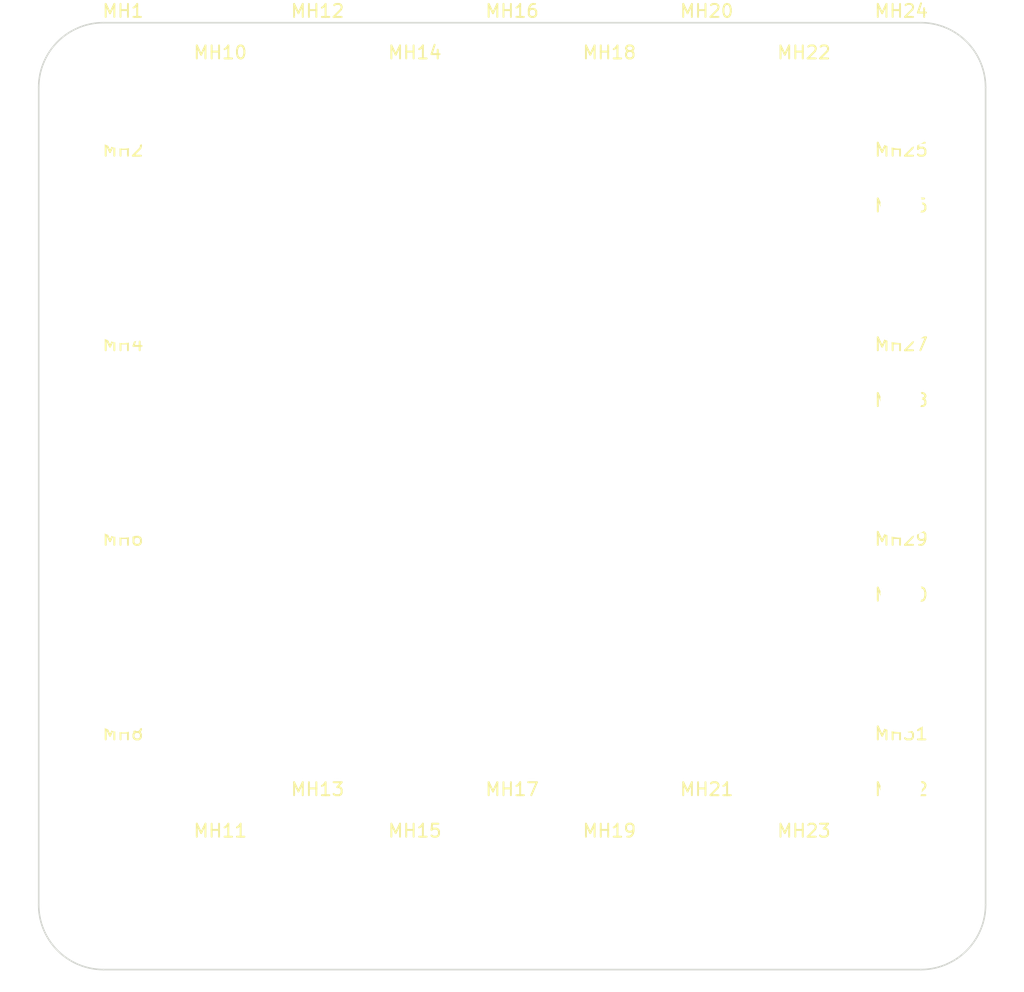
<source format=kicad_pcb>
(kicad_pcb (version 20221018) (generator pcbnew)
  (layers (0 "F.Cu" signal) (31 "B.Cu" signal) (34 "B.Paste" user) (35 "F.Paste" user) (36 "B.SilkS" user "B.Silkscreen") (37 "F.SilkS" user "F.Silkscreen") (38 "B.Mask" user) (39 "F.Mask" user) (44 "Edge.Cuts" user))
  (net 0 "")
  (footprint "MountingHole_6.4mm_M6" (layer "F.Cu") (at -30.0 -30.0)
    (fp_text reference "MH1" (at 0 -7.4) (layer "F.SilkS"))
    (fp_text value "MountingHole_6.4mm_M6")
    (pad "" np_thru_hole circle (at 0 0) (size 6.4 6.4) (drill 6.4) (layers *.Cu *.Mask))
  )
  (footprint "MountingHole_3.2mm_M3" (layer "F.Cu") (at -30.0 -22.5)
    (fp_text reference "MH2" (at 0 -4.2) (layer "F.SilkS"))
    (fp_text value "MountingHole_3.2mm_M3")
    (pad "" np_thru_hole circle (at 0 0) (size 3.2 3.2) (drill 3.2) (layers *.Cu *.Mask))
  )
  (footprint "MountingHole_6.4mm_M6" (layer "F.Cu") (at -30.0 -15.0)
    (fp_text reference "MH3" (at 0 -7.4) (layer "F.SilkS"))
    (fp_text value "MountingHole_6.4mm_M6")
    (pad "" np_thru_hole circle (at 0 0) (size 6.4 6.4) (drill 6.4) (layers *.Cu *.Mask))
  )
  (footprint "MountingHole_3.2mm_M3" (layer "F.Cu") (at -30.0 -7.5)
    (fp_text reference "MH4" (at 0 -4.2) (layer "F.SilkS"))
    (fp_text value "MountingHole_3.2mm_M3")
    (pad "" np_thru_hole circle (at 0 0) (size 3.2 3.2) (drill 3.2) (layers *.Cu *.Mask))
  )
  (footprint "MountingHole_6.4mm_M6" (layer "F.Cu") (at -30.0 0.0)
    (fp_text reference "MH5" (at 0 -7.4) (layer "F.SilkS"))
    (fp_text value "MountingHole_6.4mm_M6")
    (pad "" np_thru_hole circle (at 0 0) (size 6.4 6.4) (drill 6.4) (layers *.Cu *.Mask))
  )
  (footprint "MountingHole_3.2mm_M3" (layer "F.Cu") (at -30.0 7.5)
    (fp_text reference "MH6" (at 0 -4.2) (layer "F.SilkS"))
    (fp_text value "MountingHole_3.2mm_M3")
    (pad "" np_thru_hole circle (at 0 0) (size 3.2 3.2) (drill 3.2) (layers *.Cu *.Mask))
  )
  (footprint "MountingHole_6.4mm_M6" (layer "F.Cu") (at -30.0 15.0)
    (fp_text reference "MH7" (at 0 -7.4) (layer "F.SilkS"))
    (fp_text value "MountingHole_6.4mm_M6")
    (pad "" np_thru_hole circle (at 0 0) (size 6.4 6.4) (drill 6.4) (layers *.Cu *.Mask))
  )
  (footprint "MountingHole_3.2mm_M3" (layer "F.Cu") (at -30.0 22.5)
    (fp_text reference "MH8" (at 0 -4.2) (layer "F.SilkS"))
    (fp_text value "MountingHole_3.2mm_M3")
    (pad "" np_thru_hole circle (at 0 0) (size 3.2 3.2) (drill 3.2) (layers *.Cu *.Mask))
  )
  (footprint "MountingHole_6.4mm_M6" (layer "F.Cu") (at -30.0 30.0)
    (fp_text reference "MH9" (at 0 -7.4) (layer "F.SilkS"))
    (fp_text value "MountingHole_6.4mm_M6")
    (pad "" np_thru_hole circle (at 0 0) (size 6.4 6.4) (drill 6.4) (layers *.Cu *.Mask))
  )
  (footprint "MountingHole_3.2mm_M3" (layer "F.Cu") (at -22.5 -30.0)
    (fp_text reference "MH10" (at 0 -4.2) (layer "F.SilkS"))
    (fp_text value "MountingHole_3.2mm_M3")
    (pad "" np_thru_hole circle (at 0 0) (size 3.2 3.2) (drill 3.2) (layers *.Cu *.Mask))
  )
  (footprint "MountingHole_3.2mm_M3" (layer "F.Cu") (at -22.5 30.0)
    (fp_text reference "MH11" (at 0 -4.2) (layer "F.SilkS"))
    (fp_text value "MountingHole_3.2mm_M3")
    (pad "" np_thru_hole circle (at 0 0) (size 3.2 3.2) (drill 3.2) (layers *.Cu *.Mask))
  )
  (footprint "MountingHole_6.4mm_M6" (layer "F.Cu") (at -15.0 -30.0)
    (fp_text reference "MH12" (at 0 -7.4) (layer "F.SilkS"))
    (fp_text value "MountingHole_6.4mm_M6")
    (pad "" np_thru_hole circle (at 0 0) (size 6.4 6.4) (drill 6.4) (layers *.Cu *.Mask))
  )
  (footprint "MountingHole_6.4mm_M6" (layer "F.Cu") (at -15.0 30.0)
    (fp_text reference "MH13" (at 0 -7.4) (layer "F.SilkS"))
    (fp_text value "MountingHole_6.4mm_M6")
    (pad "" np_thru_hole circle (at 0 0) (size 6.4 6.4) (drill 6.4) (layers *.Cu *.Mask))
  )
  (footprint "MountingHole_3.2mm_M3" (layer "F.Cu") (at -7.5 -30.0)
    (fp_text reference "MH14" (at 0 -4.2) (layer "F.SilkS"))
    (fp_text value "MountingHole_3.2mm_M3")
    (pad "" np_thru_hole circle (at 0 0) (size 3.2 3.2) (drill 3.2) (layers *.Cu *.Mask))
  )
  (footprint "MountingHole_3.2mm_M3" (layer "F.Cu") (at -7.5 30.0)
    (fp_text reference "MH15" (at 0 -4.2) (layer "F.SilkS"))
    (fp_text value "MountingHole_3.2mm_M3")
    (pad "" np_thru_hole circle (at 0 0) (size 3.2 3.2) (drill 3.2) (layers *.Cu *.Mask))
  )
  (footprint "MountingHole_6.4mm_M6" (layer "F.Cu") (at 0.0 -30.0)
    (fp_text reference "MH16" (at 0 -7.4) (layer "F.SilkS"))
    (fp_text value "MountingHole_6.4mm_M6")
    (pad "" np_thru_hole circle (at 0 0) (size 6.4 6.4) (drill 6.4) (layers *.Cu *.Mask))
  )
  (footprint "MountingHole_6.4mm_M6" (layer "F.Cu") (at 0.0 30.0)
    (fp_text reference "MH17" (at 0 -7.4) (layer "F.SilkS"))
    (fp_text value "MountingHole_6.4mm_M6")
    (pad "" np_thru_hole circle (at 0 0) (size 6.4 6.4) (drill 6.4) (layers *.Cu *.Mask))
  )
  (footprint "MountingHole_3.2mm_M3" (layer "F.Cu") (at 7.5 -30.0)
    (fp_text reference "MH18" (at 0 -4.2) (layer "F.SilkS"))
    (fp_text value "MountingHole_3.2mm_M3")
    (pad "" np_thru_hole circle (at 0 0) (size 3.2 3.2) (drill 3.2) (layers *.Cu *.Mask))
  )
  (footprint "MountingHole_3.2mm_M3" (layer "F.Cu") (at 7.5 30.0)
    (fp_text reference "MH19" (at 0 -4.2) (layer "F.SilkS"))
    (fp_text value "MountingHole_3.2mm_M3")
    (pad "" np_thru_hole circle (at 0 0) (size 3.2 3.2) (drill 3.2) (layers *.Cu *.Mask))
  )
  (footprint "MountingHole_6.4mm_M6" (layer "F.Cu") (at 15.0 -30.0)
    (fp_text reference "MH20" (at 0 -7.4) (layer "F.SilkS"))
    (fp_text value "MountingHole_6.4mm_M6")
    (pad "" np_thru_hole circle (at 0 0) (size 6.4 6.4) (drill 6.4) (layers *.Cu *.Mask))
  )
  (footprint "MountingHole_6.4mm_M6" (layer "F.Cu") (at 15.0 30.0)
    (fp_text reference "MH21" (at 0 -7.4) (layer "F.SilkS"))
    (fp_text value "MountingHole_6.4mm_M6")
    (pad "" np_thru_hole circle (at 0 0) (size 6.4 6.4) (drill 6.4) (layers *.Cu *.Mask))
  )
  (footprint "MountingHole_3.2mm_M3" (layer "F.Cu") (at 22.5 -30.0)
    (fp_text reference "MH22" (at 0 -4.2) (layer "F.SilkS"))
    (fp_text value "MountingHole_3.2mm_M3")
    (pad "" np_thru_hole circle (at 0 0) (size 3.2 3.2) (drill 3.2) (layers *.Cu *.Mask))
  )
  (footprint "MountingHole_3.2mm_M3" (layer "F.Cu") (at 22.5 30.0)
    (fp_text reference "MH23" (at 0 -4.2) (layer "F.SilkS"))
    (fp_text value "MountingHole_3.2mm_M3")
    (pad "" np_thru_hole circle (at 0 0) (size 3.2 3.2) (drill 3.2) (layers *.Cu *.Mask))
  )
  (footprint "MountingHole_6.4mm_M6" (layer "F.Cu") (at 30.0 -30.0)
    (fp_text reference "MH24" (at 0 -7.4) (layer "F.SilkS"))
    (fp_text value "MountingHole_6.4mm_M6")
    (pad "" np_thru_hole circle (at 0 0) (size 6.4 6.4) (drill 6.4) (layers *.Cu *.Mask))
  )
  (footprint "MountingHole_3.2mm_M3" (layer "F.Cu") (at 30.0 -22.5)
    (fp_text reference "MH25" (at 0 -4.2) (layer "F.SilkS"))
    (fp_text value "MountingHole_3.2mm_M3")
    (pad "" np_thru_hole circle (at 0 0) (size 3.2 3.2) (drill 3.2) (layers *.Cu *.Mask))
  )
  (footprint "MountingHole_6.4mm_M6" (layer "F.Cu") (at 30.0 -15.0)
    (fp_text reference "MH26" (at 0 -7.4) (layer "F.SilkS"))
    (fp_text value "MountingHole_6.4mm_M6")
    (pad "" np_thru_hole circle (at 0 0) (size 6.4 6.4) (drill 6.4) (layers *.Cu *.Mask))
  )
  (footprint "MountingHole_3.2mm_M3" (layer "F.Cu") (at 30.0 -7.5)
    (fp_text reference "MH27" (at 0 -4.2) (layer "F.SilkS"))
    (fp_text value "MountingHole_3.2mm_M3")
    (pad "" np_thru_hole circle (at 0 0) (size 3.2 3.2) (drill 3.2) (layers *.Cu *.Mask))
  )
  (footprint "MountingHole_6.4mm_M6" (layer "F.Cu") (at 30.0 0.0)
    (fp_text reference "MH28" (at 0 -7.4) (layer "F.SilkS"))
    (fp_text value "MountingHole_6.4mm_M6")
    (pad "" np_thru_hole circle (at 0 0) (size 6.4 6.4) (drill 6.4) (layers *.Cu *.Mask))
  )
  (footprint "MountingHole_3.2mm_M3" (layer "F.Cu") (at 30.0 7.5)
    (fp_text reference "MH29" (at 0 -4.2) (layer "F.SilkS"))
    (fp_text value "MountingHole_3.2mm_M3")
    (pad "" np_thru_hole circle (at 0 0) (size 3.2 3.2) (drill 3.2) (layers *.Cu *.Mask))
  )
  (footprint "MountingHole_6.4mm_M6" (layer "F.Cu") (at 30.0 15.0)
    (fp_text reference "MH30" (at 0 -7.4) (layer "F.SilkS"))
    (fp_text value "MountingHole_6.4mm_M6")
    (pad "" np_thru_hole circle (at 0 0) (size 6.4 6.4) (drill 6.4) (layers *.Cu *.Mask))
  )
  (footprint "MountingHole_3.2mm_M3" (layer "F.Cu") (at 30.0 22.5)
    (fp_text reference "MH31" (at 0 -4.2) (layer "F.SilkS"))
    (fp_text value "MountingHole_3.2mm_M3")
    (pad "" np_thru_hole circle (at 0 0) (size 3.2 3.2) (drill 3.2) (layers *.Cu *.Mask))
  )
  (footprint "MountingHole_6.4mm_M6" (layer "F.Cu") (at 30.0 30.0)
    (fp_text reference "MH32" (at 0 -7.4) (layer "F.SilkS"))
    (fp_text value "MountingHole_6.4mm_M6")
    (pad "" np_thru_hole circle (at 0 0) (size 6.4 6.4) (drill 6.4) (layers *.Cu *.Mask))
  )
  (gr_line (start -31.5 -36.5) (end 31.5 -36.5) (layer "Edge.Cuts") (width 0.12))
  (gr_line (start -31.5 36.5) (end 31.5 36.5) (layer "Edge.Cuts") (width 0.12))
  (gr_line (start -36.5 -31.5) (end -36.5 31.5) (layer "Edge.Cuts") (width 0.12))
  (gr_line (start 36.5 -31.5) (end 36.5 31.5) (layer "Edge.Cuts") (width 0.12))
  (gr_arc (start -36.5 -31.5) (mid -35.03553390593274 -35.03553390593274) (end -31.5 -36.5) (layer "Edge.Cuts") (width 0.12))
  (gr_arc (start 36.5 -31.5) (mid 35.03553390593274 -35.03553390593274) (end 31.5 -36.5) (layer "Edge.Cuts") (width 0.12))
  (gr_arc (start 36.5 31.5) (mid 35.03553390593274 35.03553390593274) (end 31.5 36.5) (layer "Edge.Cuts") (width 0.12))
  (gr_arc (start -36.5 31.5) (mid -35.03553390593274 35.03553390593274) (end -31.5 36.5) (layer "Edge.Cuts") (width 0.12))
)
</source>
